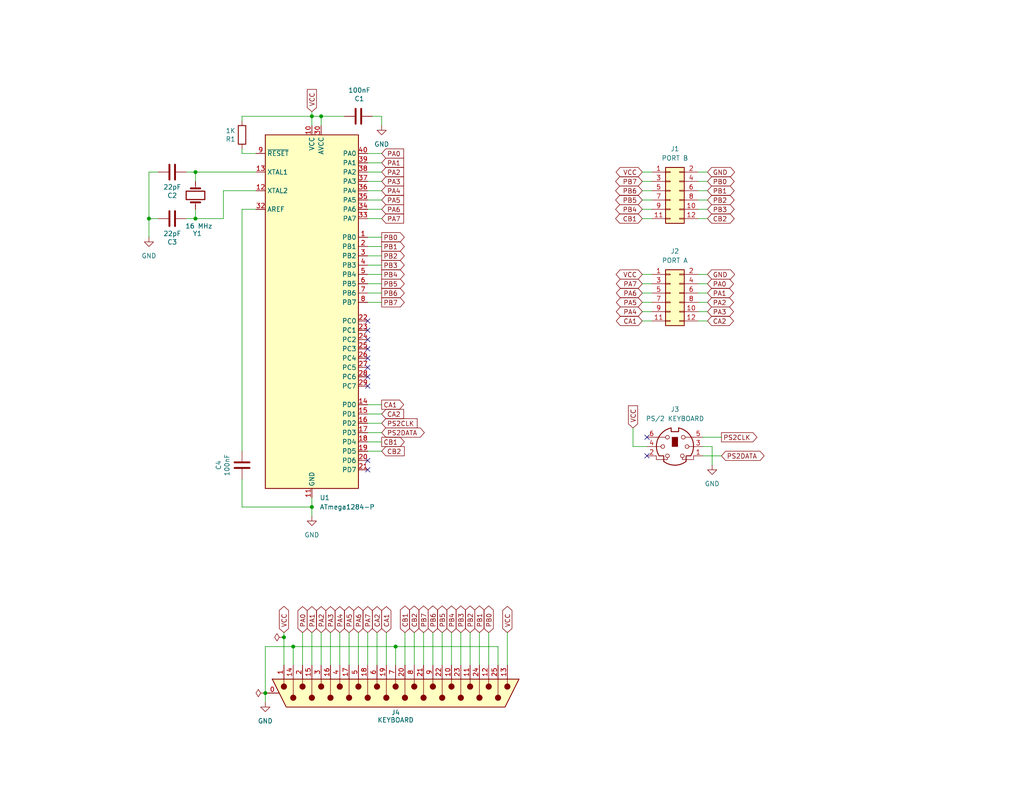
<source format=kicad_sch>
(kicad_sch (version 20250114) (generator "eeschema") (generator_version "9.0")
  (paper "USLetter")
  (title_block (title "6502 Keyboard Encoder Helper") (date "2025-11-14") (rev "1.0") (company "A.C. Wright Design"))
  (lib_symbols
    (symbol "6502 Parts:KMDGX-6S-BS" (pin_names (offset 1.016))
      (property "Reference" "J" (at 0 6.35 0))
      (property "Value" "KMDGX-6S-BS" (at 0 -6.35 0))
      (symbol "KMDGX-6S-BS_0_1"
        (polyline (pts (xy -4.318 -2.54) (xy -3.048 -2.54) (xy -3.048 -4.064)) (stroke (width 0.254)))
        (polyline (pts (xy -3.81 0) (xy -5.08 0)))
        (circle (center -3.302 0) (radius 0.508))
        (polyline (pts (xy -2.54 2.54) (xy -5.08 2.54)))
        (circle (center -2.032 2.54) (radius 0.508))
        (circle (center -2.032 -2.54) (radius 0.508))
        (polyline (pts (xy -2.032 -3.048) (xy -2.032 -3.556) (xy -5.08 -3.556) (xy -5.08 -2.54)))
        (polyline (pts (xy -1.016 5.08) (xy -1.016 4.064) (xy 1.016 4.064) (xy 1.016 5.08)) (stroke (width 0.254)))
        (rectangle (start -0.762 2.54) (end 0.762 0) (fill (type outline)))
        (arc (start 3.048 -4.064) (mid 0 -5.08) (end -3.048 -4.064) (stroke (width 0.254)))
        (arc (start 1.016 5.08) (mid 4.6646 2.1356) (end 4.318 -2.54) (stroke (width 0.254)))
        (arc (start -4.318 -2.54) (mid -4.6241 2.1181) (end -1.016 5.08) (stroke (width 0.254)))
        (circle (center 2.032 -2.54) (radius 0.508))
        (polyline (pts (xy 2.032 -3.048) (xy 2.032 -3.556) (xy 5.08 -3.556) (xy 5.08 -2.54)))
        (circle (center 2.286 2.54) (radius 0.508))
        (polyline (pts (xy 2.794 2.54) (xy 5.08 2.54)))
        (circle (center 3.302 0) (radius 0.508))
        (polyline (pts (xy 4.318 -2.54) (xy 3.048 -2.54) (xy 3.048 -4.064)) (stroke (width 0.254)))
        (polyline (pts (xy 5.08 0) (xy 3.81 0)))
      )
      (symbol "KMDGX-6S-BS_1_1"
        (pin passive line (at -7.62 2.54 0) (length 2.54) (name "~") (number "6"))
        (pin passive line (at -7.62 0 0) (length 2.54) (name "~") (number "4"))
        (pin passive line (at -7.62 -2.54 0) (length 2.54) (name "~") (number "2"))
        (pin passive line (at 7.62 2.54 180) (length 2.54) (name "~") (number "5"))
        (pin passive line (at 7.62 0 180) (length 2.54) (name "~") (number "3"))
        (pin passive line (at 7.62 -2.54 180) (length 2.54) (name "~") (number "1"))
      )
    )
    (symbol "Connector:DB25_Pins_MountingHoles" (pin_names (offset 1.016) (hide yes))
      (property "Reference" "J" (at 0 36.83 0))
      (property "Value" "DB25_Pins_MountingHoles" (at 0 34.925 0))
      (symbol "DB25_Pins_MountingHoles_0_1"
        (polyline (pts (xy -3.81 30.48) (xy -2.54 30.48)))
        (polyline (pts (xy -3.81 27.94) (xy 0.508 27.94)))
        (polyline (pts (xy -3.81 25.4) (xy -2.54 25.4)))
        (polyline (pts (xy -3.81 22.86) (xy 0.508 22.86)))
        (polyline (pts (xy -3.81 20.32) (xy -2.54 20.32)))
        (polyline (pts (xy -3.81 17.78) (xy 0.508 17.78)))
        (polyline (pts (xy -3.81 15.24) (xy -2.54 15.24)))
        (polyline (pts (xy -3.81 12.7) (xy 0.508 12.7)))
        (polyline (pts (xy -3.81 10.16) (xy -2.54 10.16)))
        (polyline (pts (xy -3.81 7.62) (xy 0.508 7.62)))
        (polyline (pts (xy -3.81 5.08) (xy -2.54 5.08)))
        (polyline (pts (xy -3.81 2.54) (xy 0.508 2.54)))
        (polyline (pts (xy -3.81 0) (xy -2.54 0)))
        (polyline (pts (xy -3.81 -2.54) (xy 0.508 -2.54)))
        (polyline (pts (xy -3.81 -5.08) (xy -2.54 -5.08)))
        (polyline (pts (xy -3.81 -7.62) (xy 0.508 -7.62)))
        (polyline (pts (xy -3.81 -10.16) (xy -2.54 -10.16)))
        (polyline (pts (xy -3.81 -12.7) (xy 0.508 -12.7)))
        (polyline (pts (xy -3.81 -15.24) (xy -2.54 -15.24)))
        (polyline (pts (xy -3.81 -17.78) (xy 0.508 -17.78)))
        (polyline (pts (xy -3.81 -20.32) (xy -2.54 -20.32)))
        (polyline (pts (xy -3.81 -22.86) (xy 0.508 -22.86)))
        (polyline (pts (xy -3.81 -25.4) (xy -2.54 -25.4)))
        (polyline (pts (xy -3.81 -27.94) (xy 0.508 -27.94)))
        (polyline (pts (xy -3.81 -30.48) (xy -2.54 -30.48)))
        (polyline (pts (xy -3.81 -33.655) (xy 3.81 -29.845) (xy 3.81 29.845) (xy -3.81 33.655) (xy -3.81 -33.655)) (stroke (width 0.254)) (fill (type background)))
        (circle (center -1.778 30.48) (radius 0.762) (fill (type outline)))
        (circle (center -1.778 25.4) (radius 0.762) (fill (type outline)))
        (circle (center -1.778 20.32) (radius 0.762) (fill (type outline)))
        (circle (center -1.778 15.24) (radius 0.762) (fill (type outline)))
        (circle (center -1.778 10.16) (radius 0.762) (fill (type outline)))
        (circle (center -1.778 5.08) (radius 0.762) (fill (type outline)))
        (circle (center -1.778 0) (radius 0.762) (fill (type outline)))
        (circle (center -1.778 -5.08) (radius 0.762) (fill (type outline)))
        (circle (center -1.778 -10.16) (radius 0.762) (fill (type outline)))
        (circle (center -1.778 -15.24) (radius 0.762) (fill (type outline)))
        (circle (center -1.778 -20.32) (radius 0.762) (fill (type outline)))
        (circle (center -1.778 -25.4) (radius 0.762) (fill (type outline)))
        (circle (center -1.778 -30.48) (radius 0.762) (fill (type outline)))
        (circle (center 1.27 27.94) (radius 0.762) (fill (type outline)))
        (circle (center 1.27 22.86) (radius 0.762) (fill (type outline)))
        (circle (center 1.27 17.78) (radius 0.762) (fill (type outline)))
        (circle (center 1.27 12.7) (radius 0.762) (fill (type outline)))
        (circle (center 1.27 7.62) (radius 0.762) (fill (type outline)))
        (circle (center 1.27 2.54) (radius 0.762) (fill (type outline)))
        (circle (center 1.27 -2.54) (radius 0.762) (fill (type outline)))
        (circle (center 1.27 -7.62) (radius 0.762) (fill (type outline)))
        (circle (center 1.27 -12.7) (radius 0.762) (fill (type outline)))
        (circle (center 1.27 -17.78) (radius 0.762) (fill (type outline)))
        (circle (center 1.27 -22.86) (radius 0.762) (fill (type outline)))
        (circle (center 1.27 -27.94) (radius 0.762) (fill (type outline)))
      )
      (symbol "DB25_Pins_MountingHoles_1_1"
        (pin passive line (at -7.62 30.48 0) (length 3.81) (name "13") (number "13"))
        (pin passive line (at -7.62 27.94 0) (length 3.81) (name "P25") (number "25"))
        (pin passive line (at -7.62 25.4 0) (length 3.81) (name "12") (number "12"))
        (pin passive line (at -7.62 22.86 0) (length 3.81) (name "P24") (number "24"))
        (pin passive line (at -7.62 20.32 0) (length 3.81) (name "11") (number "11"))
        (pin passive line (at -7.62 17.78 0) (length 3.81) (name "P23") (number "23"))
        (pin passive line (at -7.62 15.24 0) (length 3.81) (name "10") (number "10"))
        (pin passive line (at -7.62 12.7 0) (length 3.81) (name "P22") (number "22"))
        (pin passive line (at -7.62 10.16 0) (length 3.81) (name "9") (number "9"))
        (pin passive line (at -7.62 7.62 0) (length 3.81) (name "P21") (number "21"))
        (pin passive line (at -7.62 5.08 0) (length 3.81) (name "8") (number "8"))
        (pin passive line (at -7.62 2.54 0) (length 3.81) (name "P20") (number "20"))
        (pin passive line (at -7.62 0 0) (length 3.81) (name "7") (number "7"))
        (pin passive line (at -7.62 -2.54 0) (length 3.81) (name "P19") (number "19"))
        (pin passive line (at -7.62 -5.08 0) (length 3.81) (name "6") (number "6"))
        (pin passive line (at -7.62 -7.62 0) (length 3.81) (name "P18") (number "18"))
        (pin passive line (at -7.62 -10.16 0) (length 3.81) (name "5") (number "5"))
        (pin passive line (at -7.62 -12.7 0) (length 3.81) (name "P17") (number "17"))
        (pin passive line (at -7.62 -15.24 0) (length 3.81) (name "4") (number "4"))
        (pin passive line (at -7.62 -17.78 0) (length 3.81) (name "P16") (number "16"))
        (pin passive line (at -7.62 -20.32 0) (length 3.81) (name "3") (number "3"))
        (pin passive line (at -7.62 -22.86 0) (length 3.81) (name "P15") (number "15"))
        (pin passive line (at -7.62 -25.4 0) (length 3.81) (name "2") (number "2"))
        (pin passive line (at -7.62 -27.94 0) (length 3.81) (name "P14") (number "14"))
        (pin passive line (at -7.62 -30.48 0) (length 3.81) (name "1") (number "1"))
        (pin passive line (at 0 -35.56 90) (length 3.81) (name "PAD") (number "0"))
      )
    )
    (symbol "Connector_Generic:Conn_02x06_Odd_Even" (pin_names (offset 1.016) (hide yes))
      (property "Reference" "J" (at 1.27 7.62 0))
      (property "Value" "Conn_02x06_Odd_Even" (at 1.27 -10.16 0))
      (symbol "Conn_02x06_Odd_Even_1_1"
        (rectangle (start -1.27 6.35) (end 3.81 -8.89) (stroke (width 0.254)) (fill (type background)))
        (rectangle (start -1.27 5.207) (end 0 4.953) (stroke (width 0.1524)))
        (rectangle (start -1.27 2.667) (end 0 2.413) (stroke (width 0.1524)))
        (rectangle (start -1.27 0.127) (end 0 -0.127) (stroke (width 0.1524)))
        (rectangle (start -1.27 -2.413) (end 0 -2.667) (stroke (width 0.1524)))
        (rectangle (start -1.27 -4.953) (end 0 -5.207) (stroke (width 0.1524)))
        (rectangle (start -1.27 -7.493) (end 0 -7.747) (stroke (width 0.1524)))
        (rectangle (start 3.81 5.207) (end 2.54 4.953) (stroke (width 0.1524)))
        (rectangle (start 3.81 2.667) (end 2.54 2.413) (stroke (width 0.1524)))
        (rectangle (start 3.81 0.127) (end 2.54 -0.127) (stroke (width 0.1524)))
        (rectangle (start 3.81 -2.413) (end 2.54 -2.667) (stroke (width 0.1524)))
        (rectangle (start 3.81 -4.953) (end 2.54 -5.207) (stroke (width 0.1524)))
        (rectangle (start 3.81 -7.493) (end 2.54 -7.747) (stroke (width 0.1524)))
        (pin passive line (at -5.08 5.08 0) (length 3.81) (name "Pin_1") (number "1"))
        (pin passive line (at -5.08 2.54 0) (length 3.81) (name "Pin_3") (number "3"))
        (pin passive line (at -5.08 0 0) (length 3.81) (name "Pin_5") (number "5"))
        (pin passive line (at -5.08 -2.54 0) (length 3.81) (name "Pin_7") (number "7"))
        (pin passive line (at -5.08 -5.08 0) (length 3.81) (name "Pin_9") (number "9"))
        (pin passive line (at -5.08 -7.62 0) (length 3.81) (name "Pin_11") (number "11"))
        (pin passive line (at 7.62 5.08 180) (length 3.81) (name "Pin_2") (number "2"))
        (pin passive line (at 7.62 2.54 180) (length 3.81) (name "Pin_4") (number "4"))
        (pin passive line (at 7.62 0 180) (length 3.81) (name "Pin_6") (number "6"))
        (pin passive line (at 7.62 -2.54 180) (length 3.81) (name "Pin_8") (number "8"))
        (pin passive line (at 7.62 -5.08 180) (length 3.81) (name "Pin_10") (number "10"))
        (pin passive line (at 7.62 -7.62 180) (length 3.81) (name "Pin_12") (number "12"))
      )
    )
    (symbol "Device:C" (pin_numbers (hide yes)) (pin_names (offset 0.254))
      (property "Reference" "C" (at 0.635 2.54 0))
      (property "Value" "C" (at 0.635 -2.54 0))
      (symbol "C_0_1"
        (polyline (pts (xy -2.032 0.762) (xy 2.032 0.762)) (stroke (width 0.508)))
        (polyline (pts (xy -2.032 -0.762) (xy 2.032 -0.762)) (stroke (width 0.508)))
      )
      (symbol "C_1_1"
        (pin passive line (at 0 3.81 270) (length 2.794) (name "~") (number "1"))
        (pin passive line (at 0 -3.81 90) (length 2.794) (name "~") (number "2"))
      )
    )
    (symbol "Device:Crystal" (pin_numbers (hide yes)) (pin_names (offset 1.016) (hide yes))
      (property "Reference" "Y" (at 0 3.81 0))
      (property "Value" "Crystal" (at 0 -3.81 0))
      (symbol "Crystal_0_1"
        (polyline (pts (xy -2.54 0) (xy -1.905 0)))
        (polyline (pts (xy -1.905 -1.27) (xy -1.905 1.27)) (stroke (width 0.508)))
        (rectangle (start -1.143 2.54) (end 1.143 -2.54) (stroke (width 0.3048)))
        (polyline (pts (xy 1.905 -1.27) (xy 1.905 1.27)) (stroke (width 0.508)))
        (polyline (pts (xy 2.54 0) (xy 1.905 0)))
      )
      (symbol "Crystal_1_1"
        (pin passive line (at -3.81 0 0) (length 1.27) (name "1") (number "1"))
        (pin passive line (at 3.81 0 180) (length 1.27) (name "2") (number "2"))
      )
    )
    (symbol "Device:R" (pin_numbers (hide yes)) (pin_names (offset 0))
      (property "Reference" "R" (at 2.032 0 90))
      (property "Value" "R" (at 0 0 90))
      (symbol "R_0_1"
        (rectangle (start -1.016 -2.54) (end 1.016 2.54) (stroke (width 0.254)))
      )
      (symbol "R_1_1"
        (pin passive line (at 0 3.81 270) (length 1.27) (name "~") (number "1"))
        (pin passive line (at 0 -3.81 90) (length 1.27) (name "~") (number "2"))
      )
    )
    (symbol "MCU_Microchip_ATmega:ATmega1284-P"
      (property "Reference" "U" (at -12.7 49.53 0))
      (property "Value" "ATmega1284-P" (at 2.54 -49.53 0))
      (symbol "ATmega1284-P_0_1"
        (rectangle (start -12.7 -48.26) (end 12.7 48.26) (stroke (width 0.254)) (fill (type background)))
      )
      (symbol "ATmega1284-P_1_1"
        (pin input line (at -15.24 43.18 0) (length 2.54) (name "~{RESET}") (number "9"))
        (pin input line (at -15.24 38.1 0) (length 2.54) (name "XTAL1") (number "13"))
        (pin output line (at -15.24 33.02 0) (length 2.54) (name "XTAL2") (number "12"))
        (pin passive line (at -15.24 27.94 0) (length 2.54) (name "AREF") (number "32"))
        (pin power_in line (at 0 50.8 270) (length 2.54) (name "VCC") (number "10"))
        (pin power_in line (at 0 -50.8 90) (length 2.54) (name "GND") (number "11"))
        (pin passive line (at 0 -50.8 90) (length 2.54) (hide yes) (name "GND") (number "31"))
        (pin power_in line (at 2.54 50.8 270) (length 2.54) (name "AVCC") (number "30"))
        (pin bidirectional line (at 15.24 43.18 180) (length 2.54) (name "PA0") (number "40"))
        (pin bidirectional line (at 15.24 40.64 180) (length 2.54) (name "PA1") (number "39"))
        (pin bidirectional line (at 15.24 38.1 180) (length 2.54) (name "PA2") (number "38"))
        (pin bidirectional line (at 15.24 35.56 180) (length 2.54) (name "PA3") (number "37"))
        (pin bidirectional line (at 15.24 33.02 180) (length 2.54) (name "PA4") (number "36"))
        (pin bidirectional line (at 15.24 30.48 180) (length 2.54) (name "PA5") (number "35"))
        (pin bidirectional line (at 15.24 27.94 180) (length 2.54) (name "PA6") (number "34"))
        (pin bidirectional line (at 15.24 25.4 180) (length 2.54) (name "PA7") (number "33"))
        (pin bidirectional line (at 15.24 20.32 180) (length 2.54) (name "PB0") (number "1"))
        (pin bidirectional line (at 15.24 17.78 180) (length 2.54) (name "PB1") (number "2"))
        (pin bidirectional line (at 15.24 15.24 180) (length 2.54) (name "PB2") (number "3"))
        (pin bidirectional line (at 15.24 12.7 180) (length 2.54) (name "PB3") (number "4"))
        (pin bidirectional line (at 15.24 10.16 180) (length 2.54) (name "PB4") (number "5"))
        (pin bidirectional line (at 15.24 7.62 180) (length 2.54) (name "PB5") (number "6"))
        (pin bidirectional line (at 15.24 5.08 180) (length 2.54) (name "PB6") (number "7"))
        (pin bidirectional line (at 15.24 2.54 180) (length 2.54) (name "PB7") (number "8"))
        (pin bidirectional line (at 15.24 -2.54 180) (length 2.54) (name "PC0") (number "22"))
        (pin bidirectional line (at 15.24 -5.08 180) (length 2.54) (name "PC1") (number "23"))
        (pin bidirectional line (at 15.24 -7.62 180) (length 2.54) (name "PC2") (number "24"))
        (pin bidirectional line (at 15.24 -10.16 180) (length 2.54) (name "PC3") (number "25"))
        (pin bidirectional line (at 15.24 -12.7 180) (length 2.54) (name "PC4") (number "26"))
        (pin bidirectional line (at 15.24 -15.24 180) (length 2.54) (name "PC5") (number "27"))
        (pin bidirectional line (at 15.24 -17.78 180) (length 2.54) (name "PC6") (number "28"))
        (pin bidirectional line (at 15.24 -20.32 180) (length 2.54) (name "PC7") (number "29"))
        (pin bidirectional line (at 15.24 -25.4 180) (length 2.54) (name "PD0") (number "14"))
        (pin bidirectional line (at 15.24 -27.94 180) (length 2.54) (name "PD1") (number "15"))
        (pin bidirectional line (at 15.24 -30.48 180) (length 2.54) (name "PD2") (number "16"))
        (pin bidirectional line (at 15.24 -33.02 180) (length 2.54) (name "PD3") (number "17"))
        (pin bidirectional line (at 15.24 -35.56 180) (length 2.54) (name "PD4") (number "18"))
        (pin bidirectional line (at 15.24 -38.1 180) (length 2.54) (name "PD5") (number "19"))
        (pin bidirectional line (at 15.24 -40.64 180) (length 2.54) (name "PD6") (number "20"))
        (pin bidirectional line (at 15.24 -43.18 180) (length 2.54) (name "PD7") (number "21"))
      )
    )
    (symbol "power:GND" (power) (pin_numbers (hide yes)) (pin_names (offset 0) (hide yes))
      (property "Value" "GND" (at 0 -3.81 0))
      (symbol "GND_0_1"
        (polyline (pts (xy 0 0) (xy 0 -1.27) (xy 1.27 -1.27) (xy 0 -2.54) (xy -1.27 -1.27) (xy 0 -1.27)))
      )
      (symbol "GND_1_1"
        (pin power_in line (at 0 0 270) (length 0) (name "~") (number "1"))
      )
    )
    (symbol "power:PWR_FLAG" (power) (pin_numbers (hide yes)) (pin_names (offset 0) (hide yes))
      (property "Value" "PWR_FLAG" (at 0 3.81 0))
      (symbol "PWR_FLAG_0_0"
        (pin power_out line (at 0 0 90) (length 0) (name "~") (number "1"))
      )
      (symbol "PWR_FLAG_0_1"
        (polyline (pts (xy 0 0) (xy 0 1.27) (xy -1.016 1.905) (xy 0 2.54) (xy 1.016 1.905) (xy 0 1.27)))
      )
    )
  )
  (junction (at 40.64 59.69))
  (junction (at 107.95 176.53))
  (junction (at 77.47 173.99))
  (junction (at 53.34 46.99))
  (junction (at 53.34 59.69))
  (junction (at 85.09 31.75))
  (junction (at 85.09 138.43))
  (junction (at 80.01 176.53))
  (junction (at 87.63 31.75))
  (junction (at 72.39 189.23))
  (no_connect (at 100.33 87.63))
  (no_connect (at 176.53 119.38))
  (no_connect (at 100.33 95.25))
  (no_connect (at 100.33 128.27))
  (no_connect (at 100.33 92.71))
  (no_connect (at 100.33 102.87))
  (no_connect (at 176.53 124.46))
  (no_connect (at 100.33 105.41))
  (no_connect (at 100.33 97.79))
  (no_connect (at 100.33 90.17))
  (no_connect (at 100.33 100.33))
  (no_connect (at 100.33 125.73))
  (wire (pts (xy 100.33 118.11) (xy 104.14 118.11)))
  (wire (pts (xy 80.01 176.53) (xy 107.95 176.53)))
  (wire (pts (xy 130.81 172.72) (xy 130.81 181.61)))
  (wire (pts (xy 100.33 72.39) (xy 104.14 72.39)))
  (wire (pts (xy 100.33 54.61) (xy 104.14 54.61)))
  (wire (pts (xy 175.26 46.99) (xy 177.8 46.99)))
  (wire (pts (xy 107.95 176.53) (xy 135.89 176.53)))
  (wire (pts (xy 175.26 80.01) (xy 177.8 80.01)))
  (wire (pts (xy 85.09 135.89) (xy 85.09 138.43)))
  (wire (pts (xy 72.39 176.53) (xy 80.01 176.53)))
  (wire (pts (xy 100.33 82.55) (xy 104.14 82.55)))
  (wire (pts (xy 191.77 124.46) (xy 196.85 124.46)))
  (wire (pts (xy 125.73 172.72) (xy 125.73 181.61)))
  (wire (pts (xy 87.63 31.75) (xy 93.98 31.75)))
  (wire (pts (xy 77.47 173.99) (xy 77.47 181.61)))
  (wire (pts (xy 85.09 31.75) (xy 85.09 34.29)))
  (wire (pts (xy 53.34 46.99) (xy 69.85 46.99)))
  (wire (pts (xy 190.5 85.09) (xy 193.04 85.09)))
  (wire (pts (xy 100.33 74.93) (xy 104.14 74.93)))
  (wire (pts (xy 87.63 34.29) (xy 87.63 31.75)))
  (wire (pts (xy 77.47 172.72) (xy 77.47 173.99)))
  (wire (pts (xy 175.26 52.07) (xy 177.8 52.07)))
  (wire (pts (xy 100.33 115.57) (xy 104.14 115.57)))
  (wire (pts (xy 190.5 74.93) (xy 193.04 74.93)))
  (wire (pts (xy 104.14 34.29) (xy 104.14 31.75)))
  (wire (pts (xy 72.39 189.23) (xy 72.39 191.77)))
  (wire (pts (xy 69.85 57.15) (xy 66.04 57.15)))
  (wire (pts (xy 53.34 59.69) (xy 50.8 59.69)))
  (wire (pts (xy 60.96 52.07) (xy 69.85 52.07)))
  (wire (pts (xy 190.5 87.63) (xy 193.04 87.63)))
  (wire (pts (xy 190.5 77.47) (xy 193.04 77.47)))
  (wire (pts (xy 194.31 121.92) (xy 191.77 121.92)))
  (wire (pts (xy 190.5 82.55) (xy 193.04 82.55)))
  (wire (pts (xy 82.55 172.72) (xy 82.55 181.61)))
  (wire (pts (xy 123.19 172.72) (xy 123.19 181.61)))
  (wire (pts (xy 66.04 33.02) (xy 66.04 31.75)))
  (wire (pts (xy 190.5 52.07) (xy 193.04 52.07)))
  (wire (pts (xy 110.49 172.72) (xy 110.49 181.61)))
  (wire (pts (xy 175.26 87.63) (xy 177.8 87.63)))
  (wire (pts (xy 102.87 172.72) (xy 102.87 181.61)))
  (wire (pts (xy 100.33 110.49) (xy 104.14 110.49)))
  (wire (pts (xy 40.64 59.69) (xy 40.64 64.77)))
  (wire (pts (xy 66.04 138.43) (xy 85.09 138.43)))
  (wire (pts (xy 115.57 172.72) (xy 115.57 181.61)))
  (wire (pts (xy 175.26 74.93) (xy 177.8 74.93)))
  (wire (pts (xy 85.09 30.48) (xy 85.09 31.75)))
  (wire (pts (xy 105.41 172.72) (xy 105.41 181.61)))
  (wire (pts (xy 100.33 67.31) (xy 104.14 67.31)))
  (wire (pts (xy 138.43 172.72) (xy 138.43 181.61)))
  (wire (pts (xy 135.89 181.61) (xy 135.89 176.53)))
  (wire (pts (xy 190.5 59.69) (xy 193.04 59.69)))
  (wire (pts (xy 85.09 138.43) (xy 85.09 140.97)))
  (wire (pts (xy 92.71 172.72) (xy 92.71 181.61)))
  (wire (pts (xy 87.63 172.72) (xy 87.63 181.61)))
  (wire (pts (xy 175.26 49.53) (xy 177.8 49.53)))
  (wire (pts (xy 66.04 57.15) (xy 66.04 123.19)))
  (wire (pts (xy 100.33 59.69) (xy 104.14 59.69)))
  (wire (pts (xy 100.33 52.07) (xy 104.14 52.07)))
  (wire (pts (xy 87.63 31.75) (xy 85.09 31.75)))
  (wire (pts (xy 100.33 46.99) (xy 104.14 46.99)))
  (wire (pts (xy 100.33 172.72) (xy 100.33 181.61)))
  (wire (pts (xy 95.25 172.72) (xy 95.25 181.61)))
  (wire (pts (xy 100.33 41.91) (xy 104.14 41.91)))
  (wire (pts (xy 40.64 46.99) (xy 40.64 59.69)))
  (wire (pts (xy 175.26 54.61) (xy 177.8 54.61)))
  (wire (pts (xy 172.72 121.92) (xy 176.53 121.92)))
  (wire (pts (xy 118.11 172.72) (xy 118.11 181.61)))
  (wire (pts (xy 190.5 49.53) (xy 193.04 49.53)))
  (wire (pts (xy 190.5 46.99) (xy 193.04 46.99)))
  (wire (pts (xy 194.31 127) (xy 194.31 121.92)))
  (wire (pts (xy 85.09 172.72) (xy 85.09 181.61)))
  (wire (pts (xy 100.33 123.19) (xy 104.14 123.19)))
  (wire (pts (xy 175.26 85.09) (xy 177.8 85.09)))
  (wire (pts (xy 100.33 49.53) (xy 104.14 49.53)))
  (wire (pts (xy 53.34 49.53) (xy 53.34 46.99)))
  (wire (pts (xy 128.27 172.72) (xy 128.27 181.61)))
  (wire (pts (xy 66.04 130.81) (xy 66.04 138.43)))
  (wire (pts (xy 120.65 172.72) (xy 120.65 181.61)))
  (wire (pts (xy 53.34 46.99) (xy 50.8 46.99)))
  (wire (pts (xy 133.35 172.72) (xy 133.35 181.61)))
  (wire (pts (xy 66.04 41.91) (xy 66.04 40.64)))
  (wire (pts (xy 97.79 172.72) (xy 97.79 181.61)))
  (wire (pts (xy 53.34 57.15) (xy 53.34 59.69)))
  (wire (pts (xy 113.03 172.72) (xy 113.03 181.61)))
  (wire (pts (xy 100.33 120.65) (xy 104.14 120.65)))
  (wire (pts (xy 100.33 69.85) (xy 104.14 69.85)))
  (wire (pts (xy 43.18 46.99) (xy 40.64 46.99)))
  (wire (pts (xy 104.14 31.75) (xy 101.6 31.75)))
  (wire (pts (xy 66.04 31.75) (xy 85.09 31.75)))
  (wire (pts (xy 100.33 80.01) (xy 104.14 80.01)))
  (wire (pts (xy 60.96 59.69) (xy 60.96 52.07)))
  (wire (pts (xy 190.5 57.15) (xy 193.04 57.15)))
  (wire (pts (xy 90.17 172.72) (xy 90.17 181.61)))
  (wire (pts (xy 100.33 44.45) (xy 104.14 44.45)))
  (wire (pts (xy 191.77 119.38) (xy 196.85 119.38)))
  (wire (pts (xy 190.5 80.01) (xy 193.04 80.01)))
  (wire (pts (xy 175.26 59.69) (xy 177.8 59.69)))
  (wire (pts (xy 175.26 82.55) (xy 177.8 82.55)))
  (wire (pts (xy 72.39 176.53) (xy 72.39 189.23)))
  (wire (pts (xy 40.64 59.69) (xy 43.18 59.69)))
  (wire (pts (xy 175.26 77.47) (xy 177.8 77.47)))
  (wire (pts (xy 100.33 57.15) (xy 104.14 57.15)))
  (wire (pts (xy 100.33 64.77) (xy 104.14 64.77)))
  (wire (pts (xy 100.33 113.03) (xy 104.14 113.03)))
  (wire (pts (xy 190.5 54.61) (xy 193.04 54.61)))
  (wire (pts (xy 100.33 77.47) (xy 104.14 77.47)))
  (wire (pts (xy 80.01 181.61) (xy 80.01 176.53)))
  (wire (pts (xy 172.72 116.84) (xy 172.72 121.92)))
  (wire (pts (xy 107.95 176.53) (xy 107.95 181.61)))
  (wire (pts (xy 53.34 59.69) (xy 60.96 59.69)))
  (wire (pts (xy 175.26 57.15) (xy 177.8 57.15)))
  (wire (pts (xy 69.85 41.91) (xy 66.04 41.91)))
  (global_label "PS2DATA" (shape bidirectional) (at 196.85 124.46 0) (property "Intersheetrefs" "${INTERSHEET_REFS}" (effects (hide yes))))
  (global_label "PA0" (shape input) (at 104.14 41.91 0) (property "Intersheetrefs" "${INTERSHEET_REFS}" (effects (hide yes))))
  (global_label "CB2" (shape input) (at 104.14 123.19 0) (property "Intersheetrefs" "${INTERSHEET_REFS}" (effects (hide yes))))
  (global_label "GND" (shape bidirectional) (at 193.04 46.99 0) (property "Intersheetrefs" "${INTERSHEET_REFS}" (effects (hide yes))))
  (global_label "PA4" (shape bidirectional) (at 92.71 172.72 90) (property "Intersheetrefs" "${INTERSHEET_REFS}" (effects (hide yes))))
  (global_label "PB5" (shape bidirectional) (at 120.65 172.72 90) (property "Intersheetrefs" "${INTERSHEET_REFS}" (effects (hide yes))))
  (global_label "PB1" (shape bidirectional) (at 193.04 52.07 0) (property "Intersheetrefs" "${INTERSHEET_REFS}" (effects (hide yes))))
  (global_label "CA1" (shape output) (at 104.14 110.49 0) (property "Intersheetrefs" "${INTERSHEET_REFS}" (effects (hide yes))))
  (global_label "PA0" (shape bidirectional) (at 82.55 172.72 90) (property "Intersheetrefs" "${INTERSHEET_REFS}" (effects (hide yes))))
  (global_label "PB6" (shape output) (at 104.14 80.01 0) (property "Intersheetrefs" "${INTERSHEET_REFS}" (effects (hide yes))))
  (global_label "PA6" (shape bidirectional) (at 97.79 172.72 90) (property "Intersheetrefs" "${INTERSHEET_REFS}" (effects (hide yes))))
  (global_label "PA5" (shape input) (at 104.14 54.61 0) (property "Intersheetrefs" "${INTERSHEET_REFS}" (effects (hide yes))))
  (global_label "PB1" (shape output) (at 104.14 67.31 0) (property "Intersheetrefs" "${INTERSHEET_REFS}" (effects (hide yes))))
  (global_label "CB2" (shape bidirectional) (at 113.03 172.72 90) (property "Intersheetrefs" "${INTERSHEET_REFS}" (effects (hide yes))))
  (global_label "PB6" (shape bidirectional) (at 175.26 52.07 180) (property "Intersheetrefs" "${INTERSHEET_REFS}" (effects (hide yes))))
  (global_label "PB1" (shape bidirectional) (at 130.81 172.72 90) (property "Intersheetrefs" "${INTERSHEET_REFS}" (effects (hide yes))))
  (global_label "PA7" (shape bidirectional) (at 175.26 77.47 180) (property "Intersheetrefs" "${INTERSHEET_REFS}" (effects (hide yes))))
  (global_label "PA2" (shape input) (at 104.14 46.99 0) (property "Intersheetrefs" "${INTERSHEET_REFS}" (effects (hide yes))))
  (global_label "PA4" (shape bidirectional) (at 175.26 85.09 180) (property "Intersheetrefs" "${INTERSHEET_REFS}" (effects (hide yes))))
  (global_label "PA1" (shape input) (at 104.14 44.45 0) (property "Intersheetrefs" "${INTERSHEET_REFS}" (effects (hide yes))))
  (global_label "PB4" (shape bidirectional) (at 123.19 172.72 90) (property "Intersheetrefs" "${INTERSHEET_REFS}" (effects (hide yes))))
  (global_label "PA4" (shape input) (at 104.14 52.07 0) (property "Intersheetrefs" "${INTERSHEET_REFS}" (effects (hide yes))))
  (global_label "PS2CLK" (shape output) (at 196.85 119.38 0) (property "Intersheetrefs" "${INTERSHEET_REFS}" (effects (hide yes))))
  (global_label "CB1" (shape output) (at 104.14 120.65 0) (property "Intersheetrefs" "${INTERSHEET_REFS}" (effects (hide yes))))
  (global_label "PS2CLK" (shape input) (at 104.14 115.57 0) (property "Intersheetrefs" "${INTERSHEET_REFS}" (effects (hide yes))))
  (global_label "PA3" (shape input) (at 104.14 49.53 0) (property "Intersheetrefs" "${INTERSHEET_REFS}" (effects (hide yes))))
  (global_label "PB2" (shape bidirectional) (at 128.27 172.72 90) (property "Intersheetrefs" "${INTERSHEET_REFS}" (effects (hide yes))))
  (global_label "PA0" (shape bidirectional) (at 193.04 77.47 0) (property "Intersheetrefs" "${INTERSHEET_REFS}" (effects (hide yes))))
  (global_label "PB3" (shape bidirectional) (at 125.73 172.72 90) (property "Intersheetrefs" "${INTERSHEET_REFS}" (effects (hide yes))))
  (global_label "PB7" (shape bidirectional) (at 115.57 172.72 90) (property "Intersheetrefs" "${INTERSHEET_REFS}" (effects (hide yes))))
  (global_label "PB5" (shape output) (at 104.14 77.47 0) (property "Intersheetrefs" "${INTERSHEET_REFS}" (effects (hide yes))))
  (global_label "PB4" (shape output) (at 104.14 74.93 0) (property "Intersheetrefs" "${INTERSHEET_REFS}" (effects (hide yes))))
  (global_label "PA6" (shape input) (at 104.14 57.15 0) (property "Intersheetrefs" "${INTERSHEET_REFS}" (effects (hide yes))))
  (global_label "PA1" (shape bidirectional) (at 85.09 172.72 90) (property "Intersheetrefs" "${INTERSHEET_REFS}" (effects (hide yes))))
  (global_label "PB6" (shape bidirectional) (at 118.11 172.72 90) (property "Intersheetrefs" "${INTERSHEET_REFS}" (effects (hide yes))))
  (global_label "VCC" (shape bidirectional) (at 175.26 74.93 180) (property "Intersheetrefs" "${INTERSHEET_REFS}" (effects (hide yes))))
  (global_label "VCC" (shape input) (at 85.09 30.48 90) (property "Intersheetrefs" "${INTERSHEET_REFS}" (effects (hide yes))))
  (global_label "PB0" (shape bidirectional) (at 133.35 172.72 90) (property "Intersheetrefs" "${INTERSHEET_REFS}" (effects (hide yes))))
  (global_label "CA1" (shape bidirectional) (at 175.26 87.63 180) (property "Intersheetrefs" "${INTERSHEET_REFS}" (effects (hide yes))))
  (global_label "PA6" (shape bidirectional) (at 175.26 80.01 180) (property "Intersheetrefs" "${INTERSHEET_REFS}" (effects (hide yes))))
  (global_label "CA2" (shape bidirectional) (at 102.87 172.72 90) (property "Intersheetrefs" "${INTERSHEET_REFS}" (effects (hide yes))))
  (global_label "PA7" (shape input) (at 104.14 59.69 0) (property "Intersheetrefs" "${INTERSHEET_REFS}" (effects (hide yes))))
  (global_label "PA1" (shape bidirectional) (at 193.04 80.01 0) (property "Intersheetrefs" "${INTERSHEET_REFS}" (effects (hide yes))))
  (global_label "PB7" (shape output) (at 104.14 82.55 0) (property "Intersheetrefs" "${INTERSHEET_REFS}" (effects (hide yes))))
  (global_label "PS2DATA" (shape bidirectional) (at 104.14 118.11 0) (property "Intersheetrefs" "${INTERSHEET_REFS}" (effects (hide yes))))
  (global_label "CB1" (shape bidirectional) (at 110.49 172.72 90) (property "Intersheetrefs" "${INTERSHEET_REFS}" (effects (hide yes))))
  (global_label "PB4" (shape bidirectional) (at 175.26 57.15 180) (property "Intersheetrefs" "${INTERSHEET_REFS}" (effects (hide yes))))
  (global_label "PB0" (shape bidirectional) (at 193.04 49.53 0) (property "Intersheetrefs" "${INTERSHEET_REFS}" (effects (hide yes))))
  (global_label "CA2" (shape bidirectional) (at 193.04 87.63 0) (property "Intersheetrefs" "${INTERSHEET_REFS}" (effects (hide yes))))
  (global_label "PA5" (shape bidirectional) (at 95.25 172.72 90) (property "Intersheetrefs" "${INTERSHEET_REFS}" (effects (hide yes))))
  (global_label "PB5" (shape bidirectional) (at 175.26 54.61 180) (property "Intersheetrefs" "${INTERSHEET_REFS}" (effects (hide yes))))
  (global_label "PB7" (shape bidirectional) (at 175.26 49.53 180) (property "Intersheetrefs" "${INTERSHEET_REFS}" (effects (hide yes))))
  (global_label "PA3" (shape bidirectional) (at 90.17 172.72 90) (property "Intersheetrefs" "${INTERSHEET_REFS}" (effects (hide yes))))
  (global_label "PB2" (shape bidirectional) (at 193.04 54.61 0) (property "Intersheetrefs" "${INTERSHEET_REFS}" (effects (hide yes))))
  (global_label "VCC" (shape bidirectional) (at 138.43 172.72 90) (property "Intersheetrefs" "${INTERSHEET_REFS}" (effects (hide yes))))
  (global_label "PB2" (shape output) (at 104.14 69.85 0) (property "Intersheetrefs" "${INTERSHEET_REFS}" (effects (hide yes))))
  (global_label "VCC" (shape bidirectional) (at 175.26 46.99 180) (property "Intersheetrefs" "${INTERSHEET_REFS}" (effects (hide yes))))
  (global_label "PA2" (shape bidirectional) (at 87.63 172.72 90) (property "Intersheetrefs" "${INTERSHEET_REFS}" (effects (hide yes))))
  (global_label "VCC" (shape input) (at 172.72 116.84 90) (property "Intersheetrefs" "${INTERSHEET_REFS}" (effects (hide yes))))
  (global_label "GND" (shape bidirectional) (at 193.04 74.93 0) (property "Intersheetrefs" "${INTERSHEET_REFS}" (effects (hide yes))))
  (global_label "PA2" (shape bidirectional) (at 193.04 82.55 0) (property "Intersheetrefs" "${INTERSHEET_REFS}" (effects (hide yes))))
  (global_label "PB0" (shape output) (at 104.14 64.77 0) (property "Intersheetrefs" "${INTERSHEET_REFS}" (effects (hide yes))))
  (global_label "CA1" (shape bidirectional) (at 105.41 172.72 90) (property "Intersheetrefs" "${INTERSHEET_REFS}" (effects (hide yes))))
  (global_label "PA5" (shape bidirectional) (at 175.26 82.55 180) (property "Intersheetrefs" "${INTERSHEET_REFS}" (effects (hide yes))))
  (global_label "PA7" (shape bidirectional) (at 100.33 172.72 90) (property "Intersheetrefs" "${INTERSHEET_REFS}" (effects (hide yes))))
  (global_label "PB3" (shape output) (at 104.14 72.39 0) (property "Intersheetrefs" "${INTERSHEET_REFS}" (effects (hide yes))))
  (global_label "VCC" (shape bidirectional) (at 77.47 172.72 90) (property "Intersheetrefs" "${INTERSHEET_REFS}" (effects (hide yes))))
  (global_label "CA2" (shape input) (at 104.14 113.03 0) (property "Intersheetrefs" "${INTERSHEET_REFS}" (effects (hide yes))))
  (global_label "CB1" (shape bidirectional) (at 175.26 59.69 180) (property "Intersheetrefs" "${INTERSHEET_REFS}" (effects (hide yes))))
  (global_label "PA3" (shape bidirectional) (at 193.04 85.09 0) (property "Intersheetrefs" "${INTERSHEET_REFS}" (effects (hide yes))))
  (global_label "CB2" (shape bidirectional) (at 193.04 59.69 0) (property "Intersheetrefs" "${INTERSHEET_REFS}" (effects (hide yes))))
  (global_label "PB3" (shape bidirectional) (at 193.04 57.15 0) (property "Intersheetrefs" "${INTERSHEET_REFS}" (effects (hide yes))))
  (symbol (lib_id "Device:C") (at 46.99 59.69 270) (unit 1) (in_bom no)
    (property "Reference" "C3" (at 46.99 66.0908 90))
    (property "Value" "22pF" (at 46.99 63.7794 90))
    (property "Footprint" "Capacitor_THT:C_Disc_D5.0mm_W2.5mm_P2.50mm" (effects (hide yes)))
    (property "LCSC" "C107114" (effects (hide yes)))
  )
  (symbol (lib_id "Device:R") (at 66.04 36.83 0) (unit 1) (in_bom no)
    (property "Reference" "R1" (at 64.262 37.9984 0) (effects (justify right)))
    (property "Value" "1K" (at 64.262 35.687 0) (effects (justify right)))
    (property "Footprint" "Resistor_THT:R_Axial_DIN0204_L3.6mm_D1.6mm_P5.08mm_Horizontal" (effects (hide yes)))
    (property "Description" "Resistor" (effects (hide yes)))
  )
  (symbol (lib_id "Device:C") (at 97.79 31.75 270) (unit 1) (in_bom no)
    (property "Reference" "C1" (at 98.044 26.9494 90))
    (property "Value" "100nF" (at 98.044 24.638 90))
    (property "Footprint" "Capacitor_THT:C_Disc_D5.0mm_W2.5mm_P2.50mm" (effects (hide yes)))
    (property "LCSC" "C107114" (effects (hide yes)))
  )
  (symbol (lib_id "Device:C") (at 66.04 127 180) (unit 1) (in_bom no)
    (property "Reference" "C4" (at 59.6392 127 90))
    (property "Value" "100nF" (at 61.9506 127 90))
    (property "Footprint" "Capacitor_THT:C_Disc_D5.0mm_W2.5mm_P2.50mm" (effects (hide yes)))
    (property "LCSC" "C107114" (effects (hide yes)))
  )
  (symbol (lib_id "MCU_Microchip_ATmega:ATmega1284-P") (at 85.09 85.09 0) (unit 1) (in_bom no)
    (property "Reference" "U1" (at 87.2333 135.89 0) (effects (justify left)))
    (property "Value" "ATmega1284-P" (at 87.2333 138.43 0) (effects (justify left)))
    (property "Footprint" "Package_DIP:DIP-40_W15.24mm_Socket_LongPads" (effects (hide yes)))
    (property "Datasheet" "http://ww1.microchip.com/downloads/en/DeviceDoc/Atmel-8272-8-bit-AVR-microcontroller-ATmega164A_PA-324A_PA-644A_PA-1284_P_datasheet.pdf" (effects (hide yes)))
    (property "Description" "20MHz, 128kB Flash, 16kB SRAM, 4kB EEPROM, JTAG, DIP-40" (effects (hide yes)))
  )
  (symbol (lib_id "Connector_Generic:Conn_02x06_Odd_Even") (at 182.88 52.07 0) (unit 1) (in_bom no)
    (property "Reference" "J1" (at 184.15 40.64 0))
    (property "Value" "PORT B" (at 184.15 43.18 0))
    (property "Footprint" "6502 Parts:6502 GPIO Connector" (effects (hide yes)))
    (property "Description" "Generic connector, double row, 02x06, odd/even pin numbering scheme (row 1 odd numbers, row 2 even numbers), script generated (kicad-library-utils/schlib/autogen/connector/)" (effects (hide yes)))
  )
  (symbol (lib_id "power:PWR_FLAG") (at 72.39 189.23 90) (unit 1)
    (property "Reference" "#FLG02" (effects (hide yes)))
    (property "Value" "PWR_FLAG" (effects (hide yes)))
    (property "Description" "Special symbol for telling ERC where power comes from" (effects (hide yes)))
  )
  (symbol (lib_id "power:PWR_FLAG") (at 77.47 173.99 90) (unit 1)
    (property "Reference" "#FLG01" (effects (hide yes)))
    (property "Value" "PWR_FLAG" (effects (hide yes)))
    (property "Description" "Special symbol for telling ERC where power comes from" (effects (hide yes)))
  )
  (symbol (lib_id "power:GND") (at 40.64 64.77 0) (unit 1)
    (property "Reference" "#PWR02" (effects (hide yes)))
    (property "Value" "GND" (at 40.64 69.85 0))
    (property "Description" "Power symbol creates a global label with name \"GND\" , ground" (effects (hide yes)))
  )
  (symbol (lib_id "Connector_Generic:Conn_02x06_Odd_Even") (at 182.88 80.01 0) (unit 1) (in_bom no)
    (property "Reference" "J2" (at 184.15 68.58 0))
    (property "Value" "PORT A" (at 184.15 71.12 0))
    (property "Footprint" "6502 Parts:6502 GPIO Connector" (effects (hide yes)))
    (property "Description" "Generic connector, double row, 02x06, odd/even pin numbering scheme (row 1 odd numbers, row 2 even numbers), script generated (kicad-library-utils/schlib/autogen/connector/)" (effects (hide yes)))
  )
  (symbol (lib_id "6502 Parts:KMDGX-6S-BS") (at 184.15 121.92 0) (unit 1)
    (property "Reference" "J3" (at 184.1677 111.76 0))
    (property "Value" "PS/2 KEYBOARD" (at 184.1677 114.3 0))
    (property "Footprint" "6502 Parts:KMDGX-6S-BS" (effects (hide yes)))
    (property "Datasheet" "http://service.powerdynamics.com/ec/Catalog17/Section%2011.pdf" (effects (hide yes)))
    (property "Description" "6-pin Mini-DIN connector" (effects (hide yes)))
  )
  (symbol (lib_id "Connector:DB25_Pins_MountingHoles") (at 107.95 189.23 270) (unit 1) (in_bom no)
    (property "Reference" "J4" (at 107.95 194.564 90))
    (property "Value" "KEYBOARD" (at 107.95 196.596 90))
    (property "Footprint" "Connector_Dsub:DSUB-25_Pins_Horizontal_P2.77x2.84mm_EdgePinOffset7.70mm_Housed_MountingHolesOffset9.12mm" (effects (hide yes)))
    (property "Description" "25-pin D-SUB connector, pins (male), Mounting Hole" (effects (hide yes)))
    (property "Digikey" "609-1505-ND" (effects (hide yes)))
    (property "MPN" "D25P33E4GX00LF" (effects (hide yes)))
  )
  (symbol (lib_id "power:GND") (at 85.09 140.97 0) (unit 1)
    (property "Reference" "#PWR04" (effects (hide yes)))
    (property "Value" "GND" (at 85.09 146.05 0))
    (property "Description" "Power symbol creates a global label with name \"GND\" , ground" (effects (hide yes)))
  )
  (symbol (lib_id "power:GND") (at 194.31 127 0) (unit 1)
    (property "Reference" "#PWR03" (effects (hide yes)))
    (property "Value" "GND" (at 194.31 132.08 0))
    (property "Description" "Power symbol creates a global label with name \"GND\" , ground" (effects (hide yes)))
  )
  (symbol (lib_id "power:GND") (at 72.39 191.77 0) (unit 1)
    (property "Reference" "#PWR05" (effects (hide yes)))
    (property "Value" "GND" (at 72.39 196.85 0))
    (property "Description" "Power symbol creates a global label with name \"GND\" , ground" (effects (hide yes)))
  )
  (symbol (lib_id "Device:C") (at 46.99 46.99 270) (unit 1) (in_bom no)
    (property "Reference" "C2" (at 46.99 53.3908 90))
    (property "Value" "22pF" (at 46.99 51.0794 90))
    (property "Footprint" "Capacitor_THT:C_Disc_D5.0mm_W2.5mm_P2.50mm" (effects (hide yes)))
    (property "LCSC" "C107114" (effects (hide yes)))
  )
  (symbol (lib_id "Device:Crystal") (at 53.34 53.34 90) (unit 1) (in_bom no)
    (property "Reference" "Y1" (at 52.578 63.754 90) (effects (justify right)))
    (property "Value" "16 MHz" (at 50.546 61.722 90) (effects (justify right)))
    (property "Footprint" "Crystal:Crystal_HC49-U_Vertical" (effects (hide yes)))
    (property "Description" "Two pin crystal" (effects (hide yes)))
    (property "Digikey" "3155-16M20P2/49US-ND" (effects (hide yes)))
  )
  (symbol (lib_id "power:GND") (at 104.14 34.29 0) (unit 1)
    (property "Reference" "#PWR01" (effects (hide yes)))
    (property "Value" "GND" (at 104.14 39.37 0))
    (property "Description" "Power symbol creates a global label with name \"GND\" , ground" (effects (hide yes)))
  )
)
</source>
